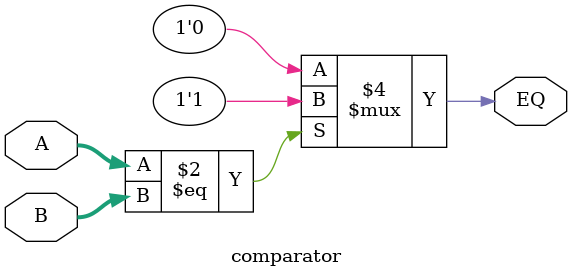
<source format=v>
module comparator (
    A,
    B,
    EQ
);

    input [1:0] A;
    input [1:0] B;
    output reg EQ;

    always @(*) begin
        if (A == B) begin
            EQ = 1;
        end else begin
            EQ = 0;
        end
    end

endmodule
</source>
